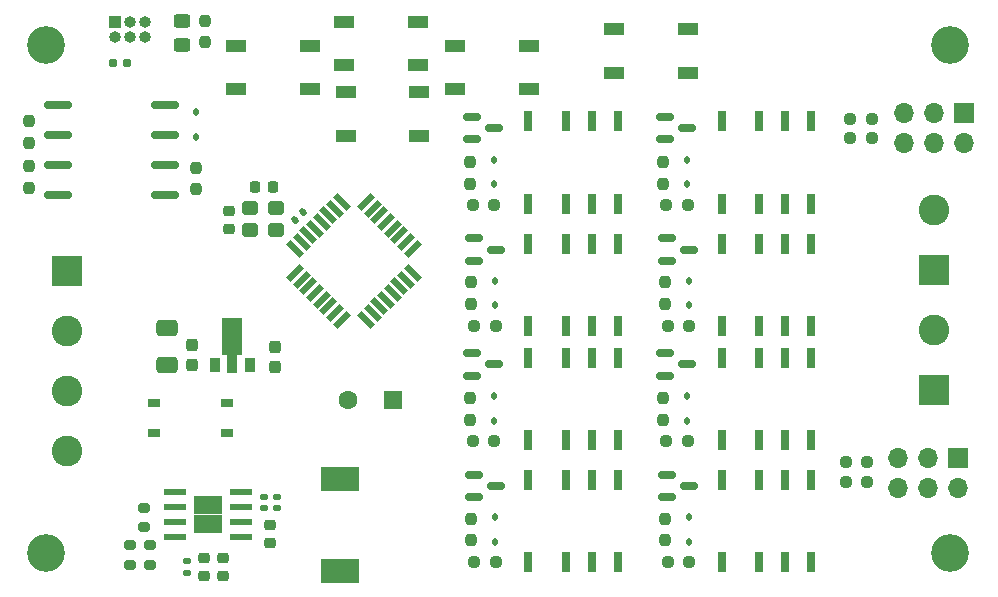
<source format=gbr>
%TF.GenerationSoftware,KiCad,Pcbnew,7.0.7*%
%TF.CreationDate,2023-09-26T16:34:25+02:00*%
%TF.ProjectId,OS-ServoDriver,4f532d53-6572-4766-9f44-72697665722e,rev?*%
%TF.SameCoordinates,Original*%
%TF.FileFunction,Soldermask,Top*%
%TF.FilePolarity,Negative*%
%FSLAX46Y46*%
G04 Gerber Fmt 4.6, Leading zero omitted, Abs format (unit mm)*
G04 Created by KiCad (PCBNEW 7.0.7) date 2023-09-26 16:34:25*
%MOMM*%
%LPD*%
G01*
G04 APERTURE LIST*
G04 Aperture macros list*
%AMRoundRect*
0 Rectangle with rounded corners*
0 $1 Rounding radius*
0 $2 $3 $4 $5 $6 $7 $8 $9 X,Y pos of 4 corners*
0 Add a 4 corners polygon primitive as box body*
4,1,4,$2,$3,$4,$5,$6,$7,$8,$9,$2,$3,0*
0 Add four circle primitives for the rounded corners*
1,1,$1+$1,$2,$3*
1,1,$1+$1,$4,$5*
1,1,$1+$1,$6,$7*
1,1,$1+$1,$8,$9*
0 Add four rect primitives between the rounded corners*
20,1,$1+$1,$2,$3,$4,$5,0*
20,1,$1+$1,$4,$5,$6,$7,0*
20,1,$1+$1,$6,$7,$8,$9,0*
20,1,$1+$1,$8,$9,$2,$3,0*%
%AMRotRect*
0 Rectangle, with rotation*
0 The origin of the aperture is its center*
0 $1 length*
0 $2 width*
0 $3 Rotation angle, in degrees counterclockwise*
0 Add horizontal line*
21,1,$1,$2,0,0,$3*%
%AMFreePoly0*
4,1,9,3.862500,-0.866500,0.737500,-0.866500,0.737500,-0.450000,-0.737500,-0.450000,-0.737500,0.450000,0.737500,0.450000,0.737500,0.866500,3.862500,0.866500,3.862500,-0.866500,3.862500,-0.866500,$1*%
G04 Aperture macros list end*
%ADD10R,1.800000X1.100000*%
%ADD11RoundRect,0.112500X0.112500X-0.187500X0.112500X0.187500X-0.112500X0.187500X-0.112500X-0.187500X0*%
%ADD12RoundRect,0.237500X-0.237500X0.250000X-0.237500X-0.250000X0.237500X-0.250000X0.237500X0.250000X0*%
%ADD13RoundRect,0.237500X-0.250000X-0.237500X0.250000X-0.237500X0.250000X0.237500X-0.250000X0.237500X0*%
%ADD14R,0.800000X1.800000*%
%ADD15RoundRect,0.150000X-0.587500X-0.150000X0.587500X-0.150000X0.587500X0.150000X-0.587500X0.150000X0*%
%ADD16C,3.200000*%
%ADD17RoundRect,0.162500X1.012500X0.162500X-1.012500X0.162500X-1.012500X-0.162500X1.012500X-0.162500X0*%
%ADD18R,0.900000X1.300000*%
%ADD19FreePoly0,90.000000*%
%ADD20RoundRect,0.237500X0.237500X-0.250000X0.237500X0.250000X-0.237500X0.250000X-0.237500X-0.250000X0*%
%ADD21R,2.600000X2.600000*%
%ADD22C,2.600000*%
%ADD23R,1.700000X1.700000*%
%ADD24O,1.700000X1.700000*%
%ADD25R,1.000000X0.800000*%
%ADD26RoundRect,0.250000X0.650000X-0.412500X0.650000X0.412500X-0.650000X0.412500X-0.650000X-0.412500X0*%
%ADD27RoundRect,0.237500X0.237500X-0.300000X0.237500X0.300000X-0.237500X0.300000X-0.237500X-0.300000X0*%
%ADD28R,1.600000X1.600000*%
%ADD29C,1.600000*%
%ADD30RoundRect,0.225000X-0.225000X-0.250000X0.225000X-0.250000X0.225000X0.250000X-0.225000X0.250000X0*%
%ADD31R,1.000000X1.000000*%
%ADD32O,1.000000X1.000000*%
%ADD33RoundRect,0.250000X0.450000X-0.325000X0.450000X0.325000X-0.450000X0.325000X-0.450000X-0.325000X0*%
%ADD34RoundRect,0.160000X0.197500X0.160000X-0.197500X0.160000X-0.197500X-0.160000X0.197500X-0.160000X0*%
%ADD35RoundRect,0.140000X0.021213X-0.219203X0.219203X-0.021213X-0.021213X0.219203X-0.219203X0.021213X0*%
%ADD36RoundRect,0.225000X-0.250000X0.225000X-0.250000X-0.225000X0.250000X-0.225000X0.250000X0.225000X0*%
%ADD37RotRect,1.600000X0.550000X45.000000*%
%ADD38RotRect,1.600000X0.550000X315.000000*%
%ADD39RoundRect,0.300000X0.400000X0.300000X-0.400000X0.300000X-0.400000X-0.300000X0.400000X-0.300000X0*%
%ADD40RoundRect,0.200000X0.275000X-0.200000X0.275000X0.200000X-0.275000X0.200000X-0.275000X-0.200000X0*%
%ADD41R,3.200000X2.000000*%
%ADD42RoundRect,0.200000X-0.275000X0.200000X-0.275000X-0.200000X0.275000X-0.200000X0.275000X0.200000X0*%
%ADD43RoundRect,0.140000X0.170000X-0.140000X0.170000X0.140000X-0.170000X0.140000X-0.170000X-0.140000X0*%
%ADD44R,1.910000X0.610000*%
%ADD45R,1.205000X1.550000*%
%ADD46RoundRect,0.225000X0.250000X-0.225000X0.250000X0.225000X-0.250000X0.225000X-0.250000X-0.225000X0*%
G04 APERTURE END LIST*
D10*
%TO.C,SW105*%
X141276000Y-104847000D03*
X135076000Y-104847000D03*
X141276000Y-101147000D03*
X135076000Y-101147000D03*
%TD*%
%TO.C,SW104*%
X127814000Y-106244000D03*
X121614000Y-106244000D03*
X127814000Y-102544000D03*
X121614000Y-102544000D03*
%TD*%
%TO.C,SW103*%
X118543000Y-110181000D03*
X112343000Y-110181000D03*
X118543000Y-106481000D03*
X112343000Y-106481000D03*
%TD*%
%TO.C,SW102*%
X118416000Y-104212000D03*
X112216000Y-104212000D03*
X118416000Y-100512000D03*
X112216000Y-100512000D03*
%TD*%
%TO.C,SW101*%
X103072000Y-102544000D03*
X109272000Y-102544000D03*
X103072000Y-106244000D03*
X109272000Y-106244000D03*
%TD*%
D11*
%TO.C,D901*%
X125003000Y-124550001D03*
X125003000Y-122450001D03*
%TD*%
D12*
%TO.C,R907*%
X122844001Y-114229001D03*
X122844001Y-112404001D03*
%TD*%
D13*
%TO.C,R905*%
X124899500Y-116007001D03*
X123074500Y-116007001D03*
%TD*%
D12*
%TO.C,R906*%
X122971001Y-122587501D03*
X122971001Y-124412501D03*
%TD*%
D13*
%TO.C,R904*%
X123201500Y-126294001D03*
X125026500Y-126294001D03*
%TD*%
D14*
%TO.C,K901*%
X127772000Y-126309000D03*
X130972000Y-126309000D03*
X133172000Y-126309000D03*
X135372000Y-126309000D03*
X135372000Y-119309000D03*
X133172000Y-119309000D03*
X130972000Y-119309000D03*
X127772000Y-119309000D03*
%TD*%
D15*
%TO.C,Q902*%
X124876000Y-109530001D03*
X123001000Y-110480001D03*
X123001000Y-108580001D03*
%TD*%
D14*
%TO.C,K902*%
X127772000Y-108959000D03*
X130972000Y-108959000D03*
X133172000Y-108959000D03*
X135372000Y-108959000D03*
X135372000Y-115959000D03*
X133172000Y-115959000D03*
X130972000Y-115959000D03*
X127772000Y-115959000D03*
%TD*%
D15*
%TO.C,Q901*%
X123176500Y-118867001D03*
X123176500Y-120767001D03*
X125051500Y-119817001D03*
%TD*%
D11*
%TO.C,D902*%
X124876000Y-112197001D03*
X124876000Y-114297001D03*
%TD*%
D12*
%TO.C,R1104*%
X122844000Y-134231000D03*
X122844000Y-132406000D03*
%TD*%
D14*
%TO.C,K1102*%
X127772000Y-135961000D03*
X130972000Y-135961000D03*
X133172000Y-135961000D03*
X135372000Y-135961000D03*
X135372000Y-128961000D03*
X133172000Y-128961000D03*
X130972000Y-128961000D03*
X127772000Y-128961000D03*
%TD*%
D11*
%TO.C,D1101*%
X125003000Y-142452000D03*
X125003000Y-144552000D03*
%TD*%
D12*
%TO.C,R1103*%
X122971000Y-144414500D03*
X122971000Y-142589500D03*
%TD*%
D11*
%TO.C,D1102*%
X124876000Y-132199000D03*
X124876000Y-134299000D03*
%TD*%
D14*
%TO.C,K1101*%
X127772000Y-146311000D03*
X130972000Y-146311000D03*
X133172000Y-146311000D03*
X135372000Y-146311000D03*
X135372000Y-139311000D03*
X133172000Y-139311000D03*
X130972000Y-139311000D03*
X127772000Y-139311000D03*
%TD*%
D15*
%TO.C,Q1102*%
X123001000Y-128582000D03*
X123001000Y-130482000D03*
X124876000Y-129532000D03*
%TD*%
%TO.C,Q1101*%
X123176500Y-138869000D03*
X123176500Y-140769000D03*
X125051500Y-139819000D03*
%TD*%
D13*
%TO.C,R1102*%
X124899500Y-136009000D03*
X123074500Y-136009000D03*
%TD*%
%TO.C,R1101*%
X125026500Y-146296000D03*
X123201500Y-146296000D03*
%TD*%
D16*
%TO.C,REF\u002A\u002A*%
X163500000Y-102500000D03*
%TD*%
%TO.C,REF\u002A\u002A*%
X87000000Y-102500000D03*
%TD*%
%TO.C,REF\u002A\u002A*%
X87000000Y-145500000D03*
%TD*%
%TO.C,REF\u002A\u002A*%
X163500000Y-145500000D03*
%TD*%
D17*
%TO.C,U701*%
X88011000Y-115189000D03*
X88011000Y-112649000D03*
X88011000Y-110109000D03*
X88011000Y-107569000D03*
X97061000Y-107569000D03*
X97061000Y-110109000D03*
X97061000Y-112649000D03*
X97061000Y-115189000D03*
%TD*%
D18*
%TO.C,U301*%
X101243000Y-129627500D03*
D19*
X102743000Y-129540000D03*
D18*
X104243000Y-129627500D03*
%TD*%
D12*
%TO.C,R1004*%
X139227001Y-132406001D03*
X139227001Y-134231001D03*
%TD*%
%TO.C,R1003*%
X139354001Y-142589501D03*
X139354001Y-144414501D03*
%TD*%
D13*
%TO.C,R1002*%
X139457500Y-136009001D03*
X141282500Y-136009001D03*
%TD*%
%TO.C,R1001*%
X139584500Y-146296001D03*
X141409500Y-146296001D03*
%TD*%
D12*
%TO.C,R804*%
X139227001Y-112404001D03*
X139227001Y-114229001D03*
%TD*%
%TO.C,R803*%
X139354001Y-122587501D03*
X139354001Y-124412501D03*
%TD*%
D13*
%TO.C,R802*%
X139457500Y-116007001D03*
X141282500Y-116007001D03*
%TD*%
%TO.C,R801*%
X139584500Y-126294001D03*
X141409500Y-126294001D03*
%TD*%
%TO.C,R705*%
X155043500Y-108753000D03*
X156868500Y-108753000D03*
%TD*%
%TO.C,R704*%
X155043500Y-110404000D03*
X156868500Y-110404000D03*
%TD*%
D20*
%TO.C,R703*%
X85551000Y-110767500D03*
X85551000Y-108942500D03*
%TD*%
%TO.C,R702*%
X85551000Y-114577500D03*
X85551000Y-112752500D03*
%TD*%
%TO.C,R701*%
X99648000Y-112879500D03*
X99648000Y-114704500D03*
%TD*%
D13*
%TO.C,R502*%
X156487500Y-137836000D03*
X154662500Y-137836000D03*
%TD*%
%TO.C,R501*%
X156487500Y-139487000D03*
X154662500Y-139487000D03*
%TD*%
D15*
%TO.C,Q1002*%
X139384000Y-128582001D03*
X139384000Y-130482001D03*
X141259000Y-129532001D03*
%TD*%
%TO.C,Q1001*%
X139559500Y-138869001D03*
X139559500Y-140769001D03*
X141434500Y-139819001D03*
%TD*%
%TO.C,Q802*%
X139384000Y-108580001D03*
X139384000Y-110480001D03*
X141259000Y-109530001D03*
%TD*%
%TO.C,Q801*%
X139559500Y-118867001D03*
X139559500Y-120767001D03*
X141434500Y-119817001D03*
%TD*%
D14*
%TO.C,K1002*%
X144155000Y-135961000D03*
X147355000Y-135961000D03*
X149555000Y-135961000D03*
X151755000Y-135961000D03*
X151755000Y-128961000D03*
X149555000Y-128961000D03*
X147355000Y-128961000D03*
X144155000Y-128961000D03*
%TD*%
%TO.C,K1001*%
X144155000Y-146311000D03*
X147355000Y-146311000D03*
X149555000Y-146311000D03*
X151755000Y-146311000D03*
X151755000Y-139311000D03*
X149555000Y-139311000D03*
X147355000Y-139311000D03*
X144155000Y-139311000D03*
%TD*%
%TO.C,K802*%
X144155000Y-115959000D03*
X147355000Y-115959000D03*
X149555000Y-115959000D03*
X151755000Y-115959000D03*
X151755000Y-108959000D03*
X149555000Y-108959000D03*
X147355000Y-108959000D03*
X144155000Y-108959000D03*
%TD*%
%TO.C,K801*%
X144155000Y-126309000D03*
X147355000Y-126309000D03*
X149555000Y-126309000D03*
X151755000Y-126309000D03*
X151755000Y-119309000D03*
X149555000Y-119309000D03*
X147355000Y-119309000D03*
X144155000Y-119309000D03*
%TD*%
D21*
%TO.C,J702*%
X162179000Y-131740000D03*
D22*
X162179000Y-126660000D03*
%TD*%
D23*
%TO.C,J701*%
X164704000Y-108240000D03*
D24*
X164704000Y-110780000D03*
X162164000Y-108240000D03*
X162164000Y-110780000D03*
X159624000Y-108240000D03*
X159624000Y-110780000D03*
%TD*%
D21*
%TO.C,J502*%
X162179000Y-121580000D03*
D22*
X162179000Y-116500000D03*
%TD*%
D23*
%TO.C,J501*%
X164196000Y-137450000D03*
D24*
X164196000Y-139990000D03*
X161656000Y-137450000D03*
X161656000Y-139990000D03*
X159116000Y-137450000D03*
X159116000Y-139990000D03*
%TD*%
D21*
%TO.C,J101*%
X88773000Y-121666000D03*
D22*
X88773000Y-126746000D03*
X88773000Y-131826000D03*
X88773000Y-136906000D03*
%TD*%
D11*
%TO.C,D1002*%
X141259000Y-134299001D03*
X141259000Y-132199001D03*
%TD*%
%TO.C,D1001*%
X141386000Y-144552001D03*
X141386000Y-142452001D03*
%TD*%
%TO.C,D802*%
X141259000Y-114297001D03*
X141259000Y-112197001D03*
%TD*%
%TO.C,D801*%
X141386000Y-124550001D03*
X141386000Y-122450001D03*
%TD*%
%TO.C,D701*%
X99648000Y-108170000D03*
X99648000Y-110270000D03*
%TD*%
D25*
%TO.C,D101*%
X96112000Y-135382000D03*
X96112000Y-132842000D03*
X102262000Y-132842000D03*
X102262000Y-135382000D03*
%TD*%
D26*
%TO.C,C303*%
X97166000Y-126444000D03*
X97166000Y-129569000D03*
%TD*%
D27*
%TO.C,C302*%
X99325000Y-127906000D03*
X99325000Y-129631000D03*
%TD*%
%TO.C,C301*%
X106310000Y-128033000D03*
X106310000Y-129758000D03*
%TD*%
D28*
%TO.C,C101*%
X116356651Y-132588000D03*
D29*
X112556651Y-132588000D03*
%TD*%
D20*
%TO.C,R201*%
X100435500Y-100457000D03*
X100435500Y-102282000D03*
%TD*%
D30*
%TO.C,C201*%
X106175000Y-114545000D03*
X104625000Y-114545000D03*
%TD*%
D31*
%TO.C,U201*%
X92837000Y-100584000D03*
D32*
X92837000Y-101854000D03*
X94107000Y-100584000D03*
X94107000Y-101854000D03*
X95377000Y-100584000D03*
X95377000Y-101854000D03*
%TD*%
D33*
%TO.C,D201*%
X98444500Y-100455000D03*
X98444500Y-102505000D03*
%TD*%
D34*
%TO.C,R202*%
X93820500Y-104023000D03*
X92625500Y-104023000D03*
%TD*%
D35*
%TO.C,C202*%
X108745822Y-116628178D03*
X108067000Y-117307000D03*
%TD*%
D36*
%TO.C,C203*%
X102479000Y-118082000D03*
X102479000Y-116532000D03*
%TD*%
D37*
%TO.C,U202*%
X114055305Y-115791897D03*
X114620990Y-116357583D03*
X115186676Y-116923268D03*
X115752361Y-117488953D03*
X116318047Y-118054639D03*
X116883732Y-118620324D03*
X117449417Y-119186010D03*
X118015103Y-119751695D03*
D38*
X118015103Y-121802305D03*
X117449417Y-122367990D03*
X116883732Y-122933676D03*
X116318047Y-123499361D03*
X115752361Y-124065047D03*
X115186676Y-124630732D03*
X114620990Y-125196417D03*
X114055305Y-125762103D03*
D37*
X112004695Y-125762103D03*
X111439010Y-125196417D03*
X110873324Y-124630732D03*
X110307639Y-124065047D03*
X109741953Y-123499361D03*
X109176268Y-122933676D03*
X108610583Y-122367990D03*
X108044897Y-121802305D03*
D38*
X108044897Y-119751695D03*
X108610583Y-119186010D03*
X109176268Y-118620324D03*
X109741953Y-118054639D03*
X110307639Y-117488953D03*
X110873324Y-116923268D03*
X111439010Y-116357583D03*
X112004695Y-115791897D03*
%TD*%
D39*
%TO.C,Y201*%
X106457000Y-118196000D03*
X104257000Y-118196000D03*
X104257000Y-116296000D03*
X106457000Y-116296000D03*
%TD*%
D40*
%TO.C,R901*%
X94107000Y-146494000D03*
X94107000Y-144844000D03*
%TD*%
D41*
%TO.C,L901*%
X111887000Y-139229000D03*
X111887000Y-147029000D03*
%TD*%
D42*
%TO.C,R903*%
X95758000Y-144844000D03*
X95758000Y-146494000D03*
%TD*%
D43*
%TO.C,C906*%
X98933000Y-147163000D03*
X98933000Y-146203000D03*
%TD*%
D44*
%TO.C,U901*%
X103458500Y-144145000D03*
X103458500Y-142875000D03*
X103458500Y-141605000D03*
X103458500Y-140335000D03*
X97898500Y-140335000D03*
X97898500Y-141605000D03*
X97898500Y-142875000D03*
X97898500Y-144145000D03*
D45*
X101281000Y-143015000D03*
X101281000Y-141465000D03*
X100076000Y-143015000D03*
X100076000Y-141465000D03*
%TD*%
D43*
%TO.C,C903*%
X106553000Y-141732000D03*
X106553000Y-140772000D03*
%TD*%
D40*
%TO.C,R902*%
X95250000Y-143319000D03*
X95250000Y-141669000D03*
%TD*%
D36*
%TO.C,C901*%
X105918000Y-143116000D03*
X105918000Y-144666000D03*
%TD*%
D46*
%TO.C,C905*%
X101981000Y-147460000D03*
X101981000Y-145910000D03*
%TD*%
D43*
%TO.C,C902*%
X105410000Y-141732000D03*
X105410000Y-140772000D03*
%TD*%
D46*
%TO.C,C904*%
X100315000Y-147460000D03*
X100315000Y-145910000D03*
%TD*%
M02*

</source>
